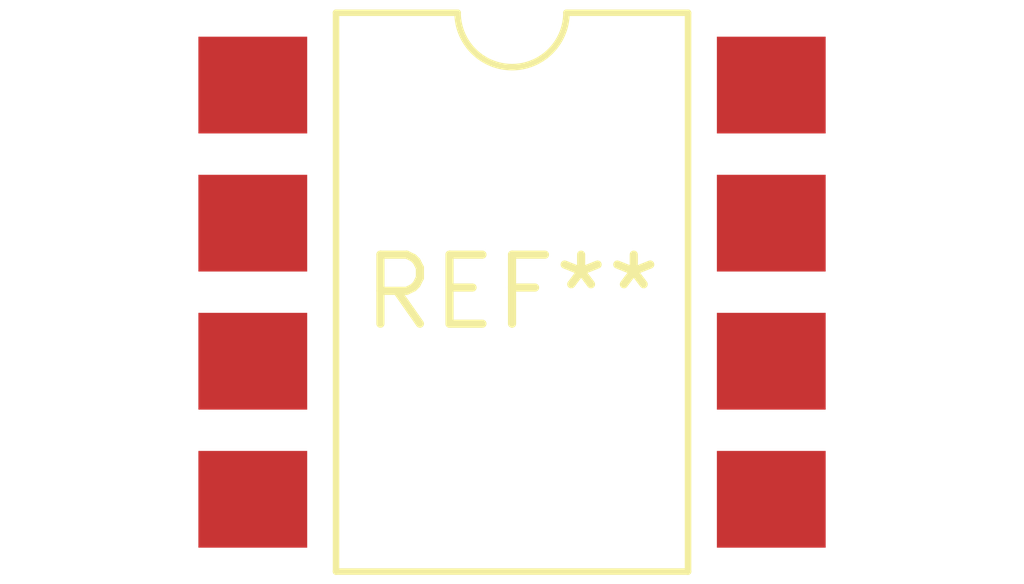
<source format=kicad_pcb>
(kicad_pcb (version 20240108) (generator pcbnew)
  (layers (0 "F.Cu" signal) (31 "B.Cu" signal) (34 "B.Paste" user) (35 "F.Paste" user) (36 "B.SilkS" user "B.Silkscreen") (37 "F.SilkS" user "F.Silkscreen") (38 "B.Mask" user) (39 "F.Mask" user) (44 "Edge.Cuts" user))
  (net 0 "")
  (footprint "SMDIP-8_W9.53mm" (layer "F.Cu") (at 0 0)
    (property "Reference" "REF**")
    (property "Value" "SMDIP-8_W9.53mm")
    (fp_line (start -3.235 -5.14) (end -3.235 5.14) (layer "F.SilkS") (stroke (width 0.12)))
    (fp_line (start -3.235 5.14) (end 3.235 5.14) (layer "F.SilkS") (stroke (width 0.12)))
    (fp_line (start -1 -5.14) (end -3.235 -5.14) (layer "F.SilkS") (stroke (width 0.12)))
    (fp_line (start 3.235 -5.14) (end 1 -5.14) (layer "F.SilkS") (stroke (width 0.12)))
    (fp_line (start 3.235 5.14) (end 3.235 -5.14) (layer "F.SilkS") (stroke (width 0.12)))
    (fp_arc (start 1 -5.14) (mid 0 -4.14) (end -1 -5.14) (layer "F.SilkS") (stroke (width 0.12)))
    (pad "1" smd rect (at -4.765 -3.81) (size 2 1.78) (layers "F.Cu" "F.Paste" "F.Mask"))
    (pad "2" smd rect (at -4.765 -1.27) (size 2 1.78) (layers "F.Cu" "F.Paste" "F.Mask"))
    (pad "3" smd rect (at -4.765 1.27) (size 2 1.78) (layers "F.Cu" "F.Paste" "F.Mask"))
    (pad "4" smd rect (at -4.765 3.81) (size 2 1.78) (layers "F.Cu" "F.Paste" "F.Mask"))
    (pad "5" smd rect (at 4.765 3.81) (size 2 1.78) (layers "F.Cu" "F.Paste" "F.Mask"))
    (pad "6" smd rect (at 4.765 1.27) (size 2 1.78) (layers "F.Cu" "F.Paste" "F.Mask"))
    (pad "7" smd rect (at 4.765 -1.27) (size 2 1.78) (layers "F.Cu" "F.Paste" "F.Mask"))
    (pad "8" smd rect (at 4.765 -3.81) (size 2 1.78) (layers "F.Cu" "F.Paste" "F.Mask"))
  )
)
</source>
